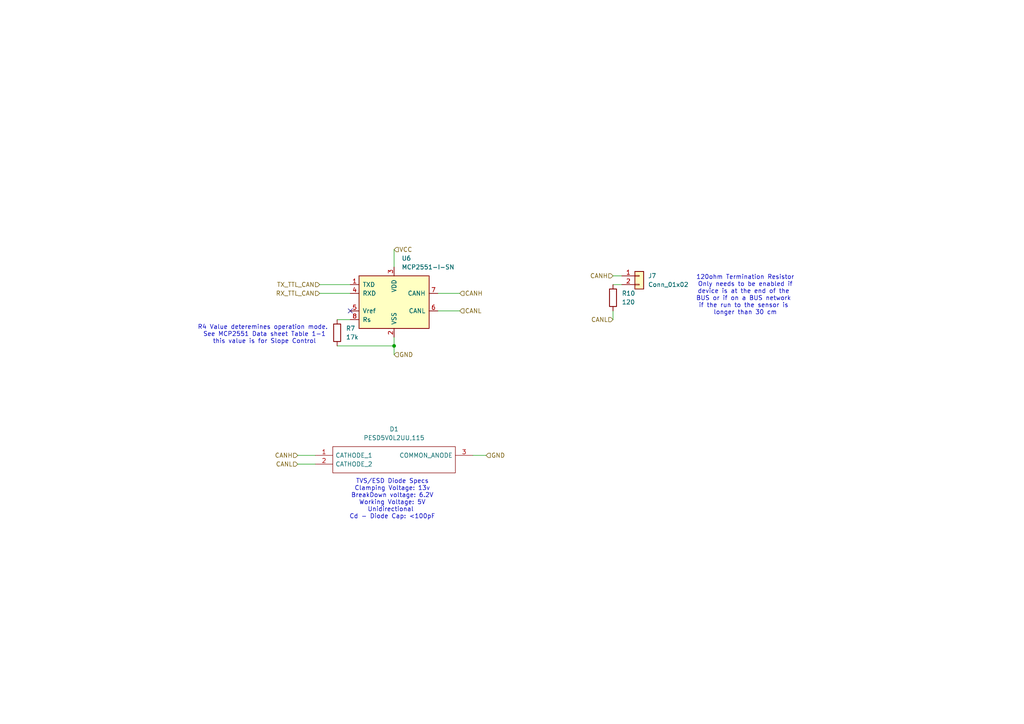
<source format=kicad_sch>
(kicad_sch (version 20250114) (generator "eeschema") (generator_version "9.0")
  (paper "A4")
  (lib_symbols
    (symbol "Connector_Generic:Conn_01x02" (pin_names (offset 1.016) (hide yes))
      (property "Reference" "J" (at 0 2.54 0))
      (property "Value" "Conn_01x02" (at 0 -5.08 0))
      (symbol "Conn_01x02_1_1"
        (rectangle (start -1.27 1.27) (end 1.27 -3.81) (stroke (width 0.254)) (fill (type background)))
        (rectangle (start -1.27 0.127) (end 0 -0.127) (stroke (width 0.1524)))
        (rectangle (start -1.27 -2.413) (end 0 -2.667) (stroke (width 0.1524)))
        (pin passive line (at -5.08 0 0) (length 3.81) (name "Pin_1") (number "1"))
        (pin passive line (at -5.08 -2.54 0) (length 3.81) (name "Pin_2") (number "2"))
      )
    )
    (symbol "Device:R" (pin_numbers (hide yes)) (pin_names (offset 0))
      (property "Reference" "R" (at 2.032 0 90))
      (property "Value" "R" (at 0 0 90))
      (symbol "R_0_1"
        (rectangle (start -1.016 -2.54) (end 1.016 2.54) (stroke (width 0.254)))
      )
      (symbol "R_1_1"
        (pin passive line (at 0 3.81 270) (length 1.27) (name "~") (number "1"))
        (pin passive line (at 0 -3.81 90) (length 1.27) (name "~") (number "2"))
      )
    )
    (symbol "Interface_CAN_LIN:MCP2551-I-SN" (pin_names (offset 1.016))
      (property "Reference" "U" (at -10.16 8.89 0))
      (property "Value" "MCP2551-I-SN" (at 2.54 8.89 0))
      (symbol "MCP2551-I-SN_0_1"
        (rectangle (start -10.16 7.62) (end 10.16 -7.62) (stroke (width 0.254)) (fill (type background)))
      )
      (symbol "MCP2551-I-SN_1_1"
        (pin input line (at -12.7 5.08 0) (length 2.54) (name "TXD") (number "1"))
        (pin output line (at -12.7 2.54 0) (length 2.54) (name "RXD") (number "4"))
        (pin power_out line (at -12.7 -2.54 0) (length 2.54) (name "Vref") (number "5"))
        (pin input line (at -12.7 -5.08 0) (length 2.54) (name "Rs") (number "8"))
        (pin power_in line (at 0 10.16 270) (length 2.54) (name "VDD") (number "3"))
        (pin power_in line (at 0 -10.16 90) (length 2.54) (name "VSS") (number "2"))
        (pin bidirectional line (at 12.7 2.54 180) (length 2.54) (name "CANH") (number "7"))
        (pin bidirectional line (at 12.7 -2.54 180) (length 2.54) (name "CANL") (number "6"))
      )
    )
    (symbol "SamacSys_Parts:PESD5V0L2UU,115" (pin_names (offset 0.762))
      (property "Reference" "D" (at 41.91 7.62 0))
      (property "Value" "PESD5V0L2UU,115" (at 41.91 5.08 0))
      (symbol "PESD5V0L2UU,115_0_0"
        (pin passive line (at 0 0 0) (length 5.08) (name "CATHODE_1") (number "1"))
        (pin passive line (at 0 -2.54 0) (length 5.08) (name "CATHODE_2") (number "2"))
        (pin passive line (at 45.72 0 180) (length 5.08) (name "COMMON_ANODE") (number "3"))
      )
      (symbol "PESD5V0L2UU,115_0_1"
        (polyline (pts (xy 5.08 2.54) (xy 40.64 2.54) (xy 40.64 -5.08) (xy 5.08 -5.08) (xy 5.08 2.54)) (stroke (width 0.1524)))
      )
    )
  )
  (text "R4 Value deteremines operation mode. \nSee MCP2551 Data sheet Table 1-1\nthis value is for Slope Control" (at 76.708 97.028 0) (effects (font (size 1.27 1.27))))
  (text "120ohm Termination Resistor\nOnly needs to be enabled if\ndevice is at the end of the \nBUS or if on a BUS network \nif the run to the sensor is \nlonger than 30 cm" (at 216.154 85.598 0) (effects (font (size 1.27 1.27))))
  (text "TVS/ESD Diode Specs\nClamping Voltage: 13v\nBreakDown voltage: 6.2V\nWorking Voltage: 5V\nUnidirectional \nCd - Diode Cap: <100pF" (at 113.792 144.78 0) (effects (font (size 1.27 1.27))))
  (junction (at 114.3 100.33))
  (no_connect (at 101.6 90.17))
  (wire (pts (xy 127 85.09) (xy 133.35 85.09)))
  (wire (pts (xy 97.79 100.33) (xy 114.3 100.33)))
  (wire (pts (xy 114.3 97.79) (xy 114.3 100.33)))
  (wire (pts (xy 114.3 72.39) (xy 114.3 77.47)))
  (wire (pts (xy 92.71 82.55) (xy 101.6 82.55)))
  (wire (pts (xy 92.71 85.09) (xy 101.6 85.09)))
  (wire (pts (xy 177.8 90.17) (xy 177.8 92.71)))
  (wire (pts (xy 86.36 132.08) (xy 91.44 132.08)))
  (wire (pts (xy 97.79 92.71) (xy 101.6 92.71)))
  (wire (pts (xy 137.16 132.08) (xy 140.97 132.08)))
  (wire (pts (xy 177.8 82.55) (xy 180.34 82.55)))
  (wire (pts (xy 86.36 134.62) (xy 91.44 134.62)))
  (wire (pts (xy 177.8 80.01) (xy 180.34 80.01)))
  (wire (pts (xy 114.3 100.33) (xy 114.3 102.87)))
  (wire (pts (xy 127 90.17) (xy 133.35 90.17)))
  (hierarchical_label "CANL" (shape input) (at 177.8 92.71 180))
  (hierarchical_label "CANL" (shape input) (at 133.35 90.17 0))
  (hierarchical_label "CANL" (shape input) (at 86.36 134.62 180))
  (hierarchical_label "VCC" (shape input) (at 114.3 72.39 0))
  (hierarchical_label "TX_TTL_CAN" (shape input) (at 92.71 82.55 180))
  (hierarchical_label "GND" (shape input) (at 140.97 132.08 0))
  (hierarchical_label "CANH" (shape input) (at 133.35 85.09 0))
  (hierarchical_label "GND" (shape input) (at 114.3 102.87 0))
  (hierarchical_label "CANH" (shape input) (at 86.36 132.08 180))
  (hierarchical_label "RX_TTL_CAN" (shape input) (at 92.71 85.09 180))
  (hierarchical_label "CANH" (shape input) (at 177.8 80.01 180))
  (symbol (lib_id "SamacSys_Parts:PESD5V0L2UU,115") (at 91.44 132.08 0) (unit 1)
    (property "Reference" "D1" (at 114.3 124.46 0))
    (property "Value" "PESD5V0L2UU,115" (at 114.3 127 0))
    (property "Footprint" "SOT65P210X110-3N" (effects (hide yes)))
    (property "Description" "Nexperia PESD5V0L2UU,115, Dual-Element Uni-Directional ESD Protection Diode, 70W, 3-Pin SOT-323" (effects (hide yes)))
    (property "Height" "1.1" (effects (hide yes)))
    (property "Mouser Part Number" "771-PESD5V0L2UU115" (effects (hide yes)))
    (property "Mouser Price/Stock" "https://www.mouser.co.uk/ProductDetail/Nexperia/PESD5V0L2UU115?qs=LMSg3oBIm%2FgBNgVxLPicXA%3D%3D" (effects (hide yes)))
    (property "Manufacturer_Name" "Nexperia" (effects (hide yes)))
    (property "Manufacturer_Part_Number" "PESD5V0L2UU,115" (effects (hide yes)))
  )
  (symbol (lib_id "Connector_Generic:Conn_01x02") (at 185.42 80.01 0) (unit 1)
    (property "Reference" "J7" (at 187.96 80.0099 0) (effects (justify left)))
    (property "Value" "Conn_01x02" (at 187.96 82.5499 0) (effects (justify left)))
    (property "Footprint" "Connector_PinHeader_2.54mm:PinHeader_1x02_P2.54mm_Vertical" (effects (hide yes)))
    (property "Description" "Generic connector, single row, 01x02, script generated (kicad-library-utils/schlib/autogen/connector/)" (effects (hide yes)))
  )
  (symbol (lib_id "Device:R") (at 177.8 86.36 0) (unit 1)
    (property "Reference" "R10" (at 180.34 85.0899 0) (effects (justify left)))
    (property "Value" "120" (at 180.34 87.6299 0) (effects (justify left)))
    (property "Footprint" "Resistor_THT:R_Axial_DIN0207_L6.3mm_D2.5mm_P2.54mm_Vertical" (effects (hide yes)))
    (property "Description" "Resistor" (effects (hide yes)))
  )
  (symbol (lib_id "Device:R") (at 97.79 96.52 0) (unit 1)
    (property "Reference" "R7" (at 100.33 95.2499 0) (effects (justify left)))
    (property "Value" "17k" (at 100.33 97.7899 0) (effects (justify left)))
    (property "Footprint" "Resistor_THT:R_Axial_DIN0207_L6.3mm_D2.5mm_P2.54mm_Vertical" (effects (hide yes)))
    (property "Description" "Resistor" (effects (hide yes)))
  )
  (symbol (lib_id "Interface_CAN_LIN:MCP2551-I-SN") (at 114.3 87.63 0) (unit 1)
    (property "Reference" "U6" (at 116.4941 74.93 0) (effects (justify left)))
    (property "Value" "MCP2551-I-SN" (at 116.4941 77.47 0) (effects (justify left)))
    (property "Footprint" "Package_SO:SOIC-8_3.9x4.9mm_P1.27mm" (effects (hide yes)))
    (property "Datasheet" "http://ww1.microchip.com/downloads/en/devicedoc/21667d.pdf" (effects (hide yes)))
    (property "Description" "High-Speed CAN Transceiver, 1Mbps, 5V supply, SOIC-8" (effects (hide yes)))
  )
)
</source>
